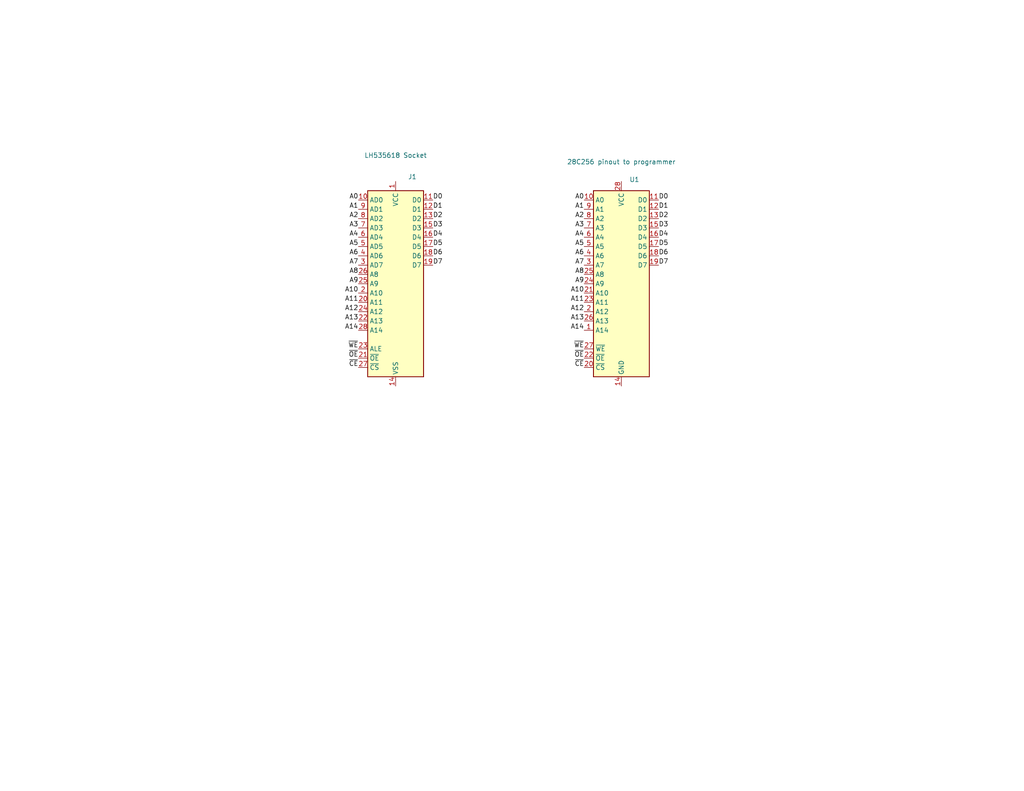
<source format=kicad_sch>
(kicad_sch (version 20211123) (generator eeschema)
  (paper "USLetter")
  (title_block (title "Programming Adapter for FlexROM_100") (date "2022-10-12") (rev "003") (company "Brian K. White - b.kenyon.w@gmail.com"))
  (lib_symbols
    (symbol "000_LOCAL:28C256"
      (property "Reference" "U" (at -7.62 26.67 0))
      (property "Value" "28C256" (at 2.54 -26.67 0))
      (symbol "28C256_1_1"
        (rectangle (start -7.62 25.4) (end 7.62 -25.4) (stroke (width 0.254)) (fill (type background)))
        (pin input line (at -10.16 -12.7 0) (length 2.54) (name "A14") (number "1"))
        (pin input line (at -10.16 22.86 0) (length 2.54) (name "A0") (number "10"))
        (pin tri_state line (at 10.16 22.86 180) (length 2.54) (name "D0") (number "11"))
        (pin tri_state line (at 10.16 20.32 180) (length 2.54) (name "D1") (number "12"))
        (pin tri_state line (at 10.16 17.78 180) (length 2.54) (name "D2") (number "13"))
        (pin power_in line (at 0 -27.94 90) (length 2.54) (name "GND") (number "14"))
        (pin tri_state line (at 10.16 15.24 180) (length 2.54) (name "D3") (number "15"))
        (pin tri_state line (at 10.16 12.7 180) (length 2.54) (name "D4") (number "16"))
        (pin tri_state line (at 10.16 10.16 180) (length 2.54) (name "D5") (number "17"))
        (pin tri_state line (at 10.16 7.62 180) (length 2.54) (name "D6") (number "18"))
        (pin tri_state line (at 10.16 5.08 180) (length 2.54) (name "D7") (number "19"))
        (pin input line (at -10.16 -7.62 0) (length 2.54) (name "A12") (number "2"))
        (pin input line (at -10.16 -22.86 0) (length 2.54) (name "~{CS}") (number "20"))
        (pin input line (at -10.16 -2.54 0) (length 2.54) (name "A10") (number "21"))
        (pin input line (at -10.16 -20.32 0) (length 2.54) (name "~{OE}") (number "22"))
        (pin input line (at -10.16 -5.08 0) (length 2.54) (name "A11") (number "23"))
        (pin input line (at -10.16 0 0) (length 2.54) (name "A9") (number "24"))
        (pin input line (at -10.16 2.54 0) (length 2.54) (name "A8") (number "25"))
        (pin input line (at -10.16 -10.16 0) (length 2.54) (name "A13") (number "26"))
        (pin input line (at -10.16 -17.78 0) (length 2.54) (name "~{WE}") (number "27"))
        (pin power_in line (at 0 27.94 270) (length 2.54) (name "VCC") (number "28"))
        (pin input line (at -10.16 5.08 0) (length 2.54) (name "A7") (number "3"))
        (pin input line (at -10.16 7.62 0) (length 2.54) (name "A6") (number "4"))
        (pin input line (at -10.16 10.16 0) (length 2.54) (name "A5") (number "5"))
        (pin input line (at -10.16 12.7 0) (length 2.54) (name "A4") (number "6"))
        (pin input line (at -10.16 15.24 0) (length 2.54) (name "A3") (number "7"))
        (pin input line (at -10.16 17.78 0) (length 2.54) (name "A2") (number "8"))
        (pin input line (at -10.16 20.32 0) (length 2.54) (name "A1") (number "9"))
      )
    )
    (symbol "000_LOCAL:LH535618"
      (property "Reference" "U" (at -7.62 26.67 0))
      (property "Value" "LH535618" (at 2.54 -26.67 0))
      (symbol "LH535618_1_1"
        (rectangle (start -7.62 25.4) (end 7.62 -25.4) (stroke (width 0.254)) (fill (type background)))
        (pin power_in line (at 0 27.94 270) (length 2.54) (name "VCC") (number "1"))
        (pin input line (at -10.16 22.86 0) (length 2.54) (name "AD0") (number "10"))
        (pin tri_state line (at 10.16 22.86 180) (length 2.54) (name "D0") (number "11"))
        (pin tri_state line (at 10.16 20.32 180) (length 2.54) (name "D1") (number "12"))
        (pin tri_state line (at 10.16 17.78 180) (length 2.54) (name "D2") (number "13"))
        (pin power_in line (at 0 -27.94 90) (length 2.54) (name "VSS") (number "14"))
        (pin tri_state line (at 10.16 15.24 180) (length 2.54) (name "D3") (number "15"))
        (pin tri_state line (at 10.16 12.7 180) (length 2.54) (name "D4") (number "16"))
        (pin tri_state line (at 10.16 10.16 180) (length 2.54) (name "D5") (number "17"))
        (pin tri_state line (at 10.16 7.62 180) (length 2.54) (name "D6") (number "18"))
        (pin tri_state line (at 10.16 5.08 180) (length 2.54) (name "D7") (number "19"))
        (pin input line (at -10.16 -2.54 0) (length 2.54) (name "A10") (number "2"))
        (pin input line (at -10.16 -5.08 0) (length 2.54) (name "A11") (number "20"))
        (pin input line (at -10.16 -20.32 0) (length 2.54) (name "~{OE}") (number "21"))
        (pin input line (at -10.16 -10.16 0) (length 2.54) (name "A13") (number "22"))
        (pin input line (at -10.16 -17.78 0) (length 2.54) (name "ALE") (number "23"))
        (pin input line (at -10.16 -7.62 0) (length 2.54) (name "A12") (number "24"))
        (pin input line (at -10.16 0 0) (length 2.54) (name "A9") (number "25"))
        (pin input line (at -10.16 2.54 0) (length 2.54) (name "A8") (number "26"))
        (pin input line (at -10.16 -22.86 0) (length 2.54) (name "~{CS}") (number "27"))
        (pin input line (at -10.16 -12.7 0) (length 2.54) (name "A14") (number "28"))
        (pin input line (at -10.16 5.08 0) (length 2.54) (name "AD7") (number "3"))
        (pin input line (at -10.16 7.62 0) (length 2.54) (name "AD6") (number "4"))
        (pin input line (at -10.16 10.16 0) (length 2.54) (name "AD5") (number "5"))
        (pin input line (at -10.16 12.7 0) (length 2.54) (name "AD4") (number "6"))
        (pin input line (at -10.16 15.24 0) (length 2.54) (name "AD3") (number "7"))
        (pin input line (at -10.16 17.78 0) (length 2.54) (name "AD2") (number "8"))
        (pin input line (at -10.16 20.32 0) (length 2.54) (name "AD1") (number "9"))
      )
    )
  )
  (label "D7" (at 118.11 72.39 0))
  (label "D4" (at 179.705 64.77 0))
  (label "A11" (at 159.385 82.55 180))
  (label "D6" (at 118.11 69.85 0))
  (label "A8" (at 97.79 74.93 180))
  (label "A11" (at 97.79 82.55 180))
  (label "D0" (at 179.705 54.61 0))
  (label "D6" (at 179.705 69.85 0))
  (label "~{WE}" (at 97.79 95.25 180))
  (label "A12" (at 97.79 85.09 180))
  (label "D4" (at 118.11 64.77 0))
  (label "A4" (at 159.385 64.77 180))
  (label "~{OE}" (at 159.385 97.79 180))
  (label "A3" (at 159.385 62.23 180))
  (label "A13" (at 159.385 87.63 180))
  (label "A7" (at 97.79 72.39 180))
  (label "D2" (at 179.705 59.69 0))
  (label "A0" (at 159.385 54.61 180))
  (label "A3" (at 97.79 62.23 180))
  (label "~{OE}" (at 97.79 97.79 180))
  (label "D2" (at 118.11 59.69 0))
  (label "A9" (at 97.79 77.47 180))
  (label "A9" (at 159.385 77.47 180))
  (label "A2" (at 159.385 59.69 180))
  (label "A5" (at 97.79 67.31 180))
  (label "D1" (at 118.11 57.15 0))
  (label "A4" (at 97.79 64.77 180))
  (label "D5" (at 179.705 67.31 0))
  (label "A2" (at 97.79 59.69 180))
  (label "A0" (at 97.79 54.61 180))
  (label "D0" (at 118.11 54.61 0))
  (label "D1" (at 179.705 57.15 0))
  (label "A6" (at 159.385 69.85 180))
  (label "A5" (at 159.385 67.31 180))
  (label "A1" (at 159.385 57.15 180))
  (label "A12" (at 159.385 85.09 180))
  (label "A6" (at 97.79 69.85 180))
  (label "A7" (at 159.385 72.39 180))
  (label "~{CE}" (at 97.79 100.33 180))
  (label "A13" (at 97.79 87.63 180))
  (label "A10" (at 159.385 80.01 180))
  (label "A8" (at 159.385 74.93 180))
  (label "~{CE}" (at 159.385 100.33 180))
  (label "A14" (at 97.79 90.17 180))
  (label "D3" (at 179.705 62.23 0))
  (label "D3" (at 118.11 62.23 0))
  (label "A10" (at 97.79 80.01 180))
  (label "A14" (at 159.385 90.17 180))
  (label "D5" (at 118.11 67.31 0))
  (label "D7" (at 179.705 72.39 0))
  (label "~{WE}" (at 159.385 95.25 180))
  (label "A1" (at 97.79 57.15 180))
  (symbol (lib_id "000_LOCAL:28C256") (at 169.545 77.47 0) (unit 1)
    (property "Reference" "U1" (at 173.101 49.022 0))
    (property "Value" "28C256 pinout to programmer" (at 169.545 44.196 0))
    (property "Footprint" "000_LOCAL:2x28_0.3_0.1_pins" (effects hide))
    (property "Datasheet" "http://ww1.microchip.com/downloads/en/DeviceDoc/doc0006.pdf" (effects hide))
  )
  (symbol (lib_id "000_LOCAL:LH535618") (at 107.95 77.47 0) (unit 1)
    (property "Reference" "J1" (at 112.522 48.26 0))
    (property "Value" "LH535618 Socket" (at 107.95 42.418 0))
    (property "Footprint" "000_LOCAL:DIP28_0.6" (effects hide))
    (property "Datasheet" "http://ww1.microchip.com/downloads/en/DeviceDoc/doc0014.pdf" (effects hide))
  )
)
</source>
